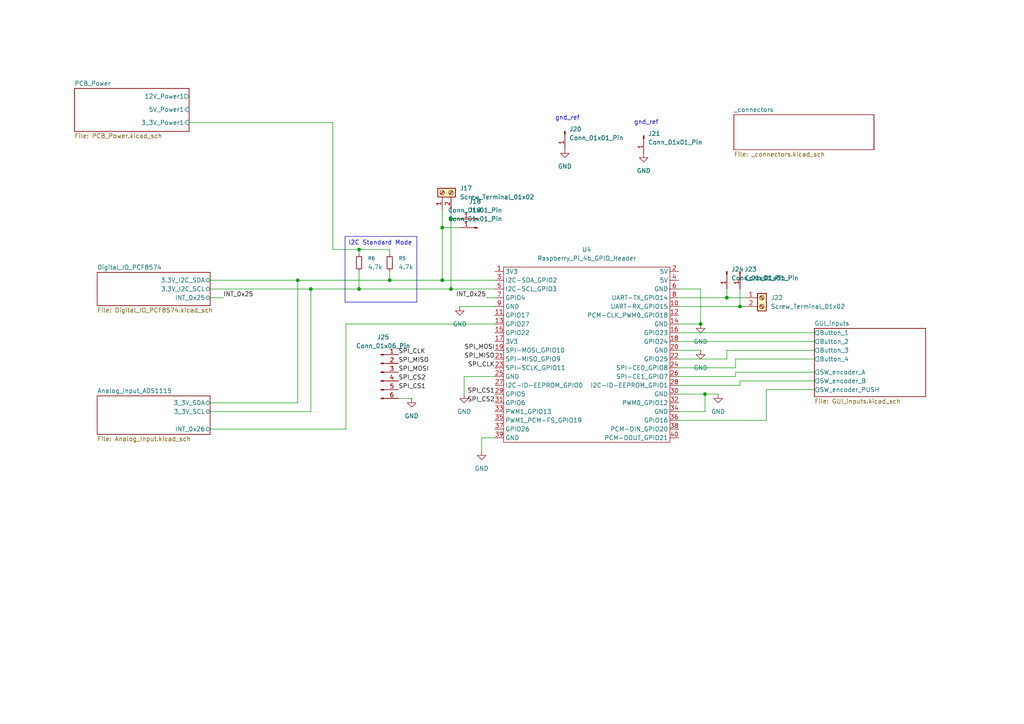
<source format=kicad_sch>
(kicad_sch
	(version 20250114)
	(generator "eeschema")
	(generator_version "9.0")
	(uuid "5fbba8b4-3ab1-4241-8e39-3098c3149716")
	(paper "A4")
	(lib_symbols
		(symbol "Connector:Conn_01x01_Pin"
			(pin_names
				(offset 1.016)
				(hide yes)
			)
			(exclude_from_sim no)
			(in_bom yes)
			(on_board yes)
			(property "Reference" "J"
				(at 0 2.54 0)
				(effects
					(font
						(size 1.27 1.27)
					)
				)
			)
			(property "Value" "Conn_01x01_Pin"
				(at 0 -2.54 0)
				(effects
					(font
						(size 1.27 1.27)
					)
				)
			)
			(property "Footprint" ""
				(at 0 0 0)
				(effects
					(font
						(size 1.27 1.27)
					)
					(hide yes)
				)
			)
			(property "Datasheet" "~"
				(at 0 0 0)
				(effects
					(font
						(size 1.27 1.27)
					)
					(hide yes)
				)
			)
			(property "Description" "Generic connector, single row, 01x01, script generated"
				(at 0 0 0)
				(effects
					(font
						(size 1.27 1.27)
					)
					(hide yes)
				)
			)
			(property "ki_locked" ""
				(at 0 0 0)
				(effects
					(font
						(size 1.27 1.27)
					)
				)
			)
			(property "ki_keywords" "connector"
				(at 0 0 0)
				(effects
					(font
						(size 1.27 1.27)
					)
					(hide yes)
				)
			)
			(property "ki_fp_filters" "Connector*:*_1x??_*"
				(at 0 0 0)
				(effects
					(font
						(size 1.27 1.27)
					)
					(hide yes)
				)
			)
			(symbol "Conn_01x01_Pin_1_1"
				(rectangle
					(start 0.8636 0.127)
					(end 0 -0.127)
					(stroke
						(width 0.1524)
						(type default)
					)
					(fill
						(type outline)
					)
				)
				(polyline
					(pts
						(xy 1.27 0) (xy 0.8636 0)
					)
					(stroke
						(width 0.1524)
						(type default)
					)
					(fill
						(type none)
					)
				)
				(pin passive line
					(at 5.08 0 180)
					(length 3.81)
					(name "Pin_1"
						(effects
							(font
								(size 1.27 1.27)
							)
						)
					)
					(number "1"
						(effects
							(font
								(size 1.27 1.27)
							)
						)
					)
				)
			)
			(embedded_fonts no)
		)
		(symbol "Connector:Conn_01x06_Pin"
			(pin_names
				(offset 1.016)
				(hide yes)
			)
			(exclude_from_sim no)
			(in_bom yes)
			(on_board yes)
			(property "Reference" "J"
				(at 0 7.62 0)
				(effects
					(font
						(size 1.27 1.27)
					)
				)
			)
			(property "Value" "Conn_01x06_Pin"
				(at 0 -10.16 0)
				(effects
					(font
						(size 1.27 1.27)
					)
				)
			)
			(property "Footprint" ""
				(at 0 0 0)
				(effects
					(font
						(size 1.27 1.27)
					)
					(hide yes)
				)
			)
			(property "Datasheet" "~"
				(at 0 0 0)
				(effects
					(font
						(size 1.27 1.27)
					)
					(hide yes)
				)
			)
			(property "Description" "Generic connector, single row, 01x06, script generated"
				(at 0 0 0)
				(effects
					(font
						(size 1.27 1.27)
					)
					(hide yes)
				)
			)
			(property "ki_locked" ""
				(at 0 0 0)
				(effects
					(font
						(size 1.27 1.27)
					)
				)
			)
			(property "ki_keywords" "connector"
				(at 0 0 0)
				(effects
					(font
						(size 1.27 1.27)
					)
					(hide yes)
				)
			)
			(property "ki_fp_filters" "Connector*:*_1x??_*"
				(at 0 0 0)
				(effects
					(font
						(size 1.27 1.27)
					)
					(hide yes)
				)
			)
			(symbol "Conn_01x06_Pin_1_1"
				(rectangle
					(start 0.8636 5.207)
					(end 0 4.953)
					(stroke
						(width 0.1524)
						(type default)
					)
					(fill
						(type outline)
					)
				)
				(rectangle
					(start 0.8636 2.667)
					(end 0 2.413)
					(stroke
						(width 0.1524)
						(type default)
					)
					(fill
						(type outline)
					)
				)
				(rectangle
					(start 0.8636 0.127)
					(end 0 -0.127)
					(stroke
						(width 0.1524)
						(type default)
					)
					(fill
						(type outline)
					)
				)
				(rectangle
					(start 0.8636 -2.413)
					(end 0 -2.667)
					(stroke
						(width 0.1524)
						(type default)
					)
					(fill
						(type outline)
					)
				)
				(rectangle
					(start 0.8636 -4.953)
					(end 0 -5.207)
					(stroke
						(width 0.1524)
						(type default)
					)
					(fill
						(type outline)
					)
				)
				(rectangle
					(start 0.8636 -7.493)
					(end 0 -7.747)
					(stroke
						(width 0.1524)
						(type default)
					)
					(fill
						(type outline)
					)
				)
				(polyline
					(pts
						(xy 1.27 5.08) (xy 0.8636 5.08)
					)
					(stroke
						(width 0.1524)
						(type default)
					)
					(fill
						(type none)
					)
				)
				(polyline
					(pts
						(xy 1.27 2.54) (xy 0.8636 2.54)
					)
					(stroke
						(width 0.1524)
						(type default)
					)
					(fill
						(type none)
					)
				)
				(polyline
					(pts
						(xy 1.27 0) (xy 0.8636 0)
					)
					(stroke
						(width 0.1524)
						(type default)
					)
					(fill
						(type none)
					)
				)
				(polyline
					(pts
						(xy 1.27 -2.54) (xy 0.8636 -2.54)
					)
					(stroke
						(width 0.1524)
						(type default)
					)
					(fill
						(type none)
					)
				)
				(polyline
					(pts
						(xy 1.27 -5.08) (xy 0.8636 -5.08)
					)
					(stroke
						(width 0.1524)
						(type default)
					)
					(fill
						(type none)
					)
				)
				(polyline
					(pts
						(xy 1.27 -7.62) (xy 0.8636 -7.62)
					)
					(stroke
						(width 0.1524)
						(type default)
					)
					(fill
						(type none)
					)
				)
				(pin passive line
					(at 5.08 5.08 180)
					(length 3.81)
					(name "Pin_1"
						(effects
							(font
								(size 1.27 1.27)
							)
						)
					)
					(number "1"
						(effects
							(font
								(size 1.27 1.27)
							)
						)
					)
				)
				(pin passive line
					(at 5.08 2.54 180)
					(length 3.81)
					(name "Pin_2"
						(effects
							(font
								(size 1.27 1.27)
							)
						)
					)
					(number "2"
						(effects
							(font
								(size 1.27 1.27)
							)
						)
					)
				)
				(pin passive line
					(at 5.08 0 180)
					(length 3.81)
					(name "Pin_3"
						(effects
							(font
								(size 1.27 1.27)
							)
						)
					)
					(number "3"
						(effects
							(font
								(size 1.27 1.27)
							)
						)
					)
				)
				(pin passive line
					(at 5.08 -2.54 180)
					(length 3.81)
					(name "Pin_4"
						(effects
							(font
								(size 1.27 1.27)
							)
						)
					)
					(number "4"
						(effects
							(font
								(size 1.27 1.27)
							)
						)
					)
				)
				(pin passive line
					(at 5.08 -5.08 180)
					(length 3.81)
					(name "Pin_5"
						(effects
							(font
								(size 1.27 1.27)
							)
						)
					)
					(number "5"
						(effects
							(font
								(size 1.27 1.27)
							)
						)
					)
				)
				(pin passive line
					(at 5.08 -7.62 180)
					(length 3.81)
					(name "Pin_6"
						(effects
							(font
								(size 1.27 1.27)
							)
						)
					)
					(number "6"
						(effects
							(font
								(size 1.27 1.27)
							)
						)
					)
				)
			)
			(embedded_fonts no)
		)
		(symbol "Connector:Screw_Terminal_01x02"
			(pin_names
				(offset 1.016)
				(hide yes)
			)
			(exclude_from_sim no)
			(in_bom yes)
			(on_board yes)
			(property "Reference" "J"
				(at 0 2.54 0)
				(effects
					(font
						(size 1.27 1.27)
					)
				)
			)
			(property "Value" "Screw_Terminal_01x02"
				(at 0 -5.08 0)
				(effects
					(font
						(size 1.27 1.27)
					)
				)
			)
			(property "Footprint" ""
				(at 0 0 0)
				(effects
					(font
						(size 1.27 1.27)
					)
					(hide yes)
				)
			)
			(property "Datasheet" "~"
				(at 0 0 0)
				(effects
					(font
						(size 1.27 1.27)
					)
					(hide yes)
				)
			)
			(property "Description" "Generic screw terminal, single row, 01x02, script generated (kicad-library-utils/schlib/autogen/connector/)"
				(at 0 0 0)
				(effects
					(font
						(size 1.27 1.27)
					)
					(hide yes)
				)
			)
			(property "ki_keywords" "screw terminal"
				(at 0 0 0)
				(effects
					(font
						(size 1.27 1.27)
					)
					(hide yes)
				)
			)
			(property "ki_fp_filters" "TerminalBlock*:*"
				(at 0 0 0)
				(effects
					(font
						(size 1.27 1.27)
					)
					(hide yes)
				)
			)
			(symbol "Screw_Terminal_01x02_1_1"
				(rectangle
					(start -1.27 1.27)
					(end 1.27 -3.81)
					(stroke
						(width 0.254)
						(type default)
					)
					(fill
						(type background)
					)
				)
				(polyline
					(pts
						(xy -0.5334 0.3302) (xy 0.3302 -0.508)
					)
					(stroke
						(width 0.1524)
						(type default)
					)
					(fill
						(type none)
					)
				)
				(polyline
					(pts
						(xy -0.5334 -2.2098) (xy 0.3302 -3.048)
					)
					(stroke
						(width 0.1524)
						(type default)
					)
					(fill
						(type none)
					)
				)
				(polyline
					(pts
						(xy -0.3556 0.508) (xy 0.508 -0.3302)
					)
					(stroke
						(width 0.1524)
						(type default)
					)
					(fill
						(type none)
					)
				)
				(polyline
					(pts
						(xy -0.3556 -2.032) (xy 0.508 -2.8702)
					)
					(stroke
						(width 0.1524)
						(type default)
					)
					(fill
						(type none)
					)
				)
				(circle
					(center 0 0)
					(radius 0.635)
					(stroke
						(width 0.1524)
						(type default)
					)
					(fill
						(type none)
					)
				)
				(circle
					(center 0 -2.54)
					(radius 0.635)
					(stroke
						(width 0.1524)
						(type default)
					)
					(fill
						(type none)
					)
				)
				(pin passive line
					(at -5.08 0 0)
					(length 3.81)
					(name "Pin_1"
						(effects
							(font
								(size 1.27 1.27)
							)
						)
					)
					(number "1"
						(effects
							(font
								(size 1.27 1.27)
							)
						)
					)
				)
				(pin passive line
					(at -5.08 -2.54 0)
					(length 3.81)
					(name "Pin_2"
						(effects
							(font
								(size 1.27 1.27)
							)
						)
					)
					(number "2"
						(effects
							(font
								(size 1.27 1.27)
							)
						)
					)
				)
			)
			(embedded_fonts no)
		)
		(symbol "Device:R_Small"
			(pin_numbers
				(hide yes)
			)
			(pin_names
				(offset 0.254)
				(hide yes)
			)
			(exclude_from_sim no)
			(in_bom yes)
			(on_board yes)
			(property "Reference" "R"
				(at 0 0 90)
				(effects
					(font
						(size 1.016 1.016)
					)
				)
			)
			(property "Value" "R_Small"
				(at 1.778 0 90)
				(effects
					(font
						(size 1.27 1.27)
					)
				)
			)
			(property "Footprint" ""
				(at 0 0 0)
				(effects
					(font
						(size 1.27 1.27)
					)
					(hide yes)
				)
			)
			(property "Datasheet" "~"
				(at 0 0 0)
				(effects
					(font
						(size 1.27 1.27)
					)
					(hide yes)
				)
			)
			(property "Description" "Resistor, small symbol"
				(at 0 0 0)
				(effects
					(font
						(size 1.27 1.27)
					)
					(hide yes)
				)
			)
			(property "ki_keywords" "R resistor"
				(at 0 0 0)
				(effects
					(font
						(size 1.27 1.27)
					)
					(hide yes)
				)
			)
			(property "ki_fp_filters" "R_*"
				(at 0 0 0)
				(effects
					(font
						(size 1.27 1.27)
					)
					(hide yes)
				)
			)
			(symbol "R_Small_0_1"
				(rectangle
					(start -0.762 1.778)
					(end 0.762 -1.778)
					(stroke
						(width 0.2032)
						(type default)
					)
					(fill
						(type none)
					)
				)
			)
			(symbol "R_Small_1_1"
				(pin passive line
					(at 0 2.54 270)
					(length 0.762)
					(name "~"
						(effects
							(font
								(size 1.27 1.27)
							)
						)
					)
					(number "1"
						(effects
							(font
								(size 1.27 1.27)
							)
						)
					)
				)
				(pin passive line
					(at 0 -2.54 90)
					(length 0.762)
					(name "~"
						(effects
							(font
								(size 1.27 1.27)
							)
						)
					)
					(number "2"
						(effects
							(font
								(size 1.27 1.27)
							)
						)
					)
				)
			)
			(embedded_fonts no)
		)
		(symbol "own_symbols:Raspbery_Pi_4B_GPIO_Header"
			(exclude_from_sim no)
			(in_bom yes)
			(on_board yes)
			(property "Reference" "U"
				(at 0 0 0)
				(effects
					(font
						(size 1.27 1.27)
					)
				)
			)
			(property "Value" ""
				(at 0 0 0)
				(effects
					(font
						(size 1.27 1.27)
					)
				)
			)
			(property "Footprint" ""
				(at 0 0 0)
				(effects
					(font
						(size 1.27 1.27)
					)
					(hide yes)
				)
			)
			(property "Datasheet" ""
				(at 0 0 0)
				(effects
					(font
						(size 1.27 1.27)
					)
					(hide yes)
				)
			)
			(property "Description" ""
				(at 0 0 0)
				(effects
					(font
						(size 1.27 1.27)
					)
					(hide yes)
				)
			)
			(symbol "Raspbery_Pi_4B_GPIO_Header_0_1"
				(rectangle
					(start -24.13 25.4)
					(end 24.13 -25.4)
					(stroke
						(width 0)
						(type default)
					)
					(fill
						(type none)
					)
				)
			)
			(symbol "Raspbery_Pi_4B_GPIO_Header_1_1"
				(pin output line
					(at -26.67 24.13 0)
					(length 2.54)
					(name "3V3"
						(effects
							(font
								(size 1.27 1.27)
							)
						)
					)
					(number "1"
						(effects
							(font
								(size 1.27 1.27)
							)
						)
					)
				)
				(pin bidirectional line
					(at -26.67 21.59 0)
					(length 2.54)
					(name "I2C-SDA_GPIO2"
						(effects
							(font
								(size 1.27 1.27)
							)
						)
					)
					(number "3"
						(effects
							(font
								(size 1.27 1.27)
							)
						)
					)
				)
				(pin bidirectional line
					(at -26.67 19.05 0)
					(length 2.54)
					(name "I2C-SCL_GPIO3"
						(effects
							(font
								(size 1.27 1.27)
							)
						)
					)
					(number "5"
						(effects
							(font
								(size 1.27 1.27)
							)
						)
					)
				)
				(pin bidirectional line
					(at -26.67 16.51 0)
					(length 2.54)
					(name "GPIO4"
						(effects
							(font
								(size 1.27 1.27)
							)
						)
					)
					(number "7"
						(effects
							(font
								(size 1.27 1.27)
							)
						)
					)
				)
				(pin bidirectional line
					(at -26.67 13.97 0)
					(length 2.54)
					(name "GND"
						(effects
							(font
								(size 1.27 1.27)
							)
						)
					)
					(number "9"
						(effects
							(font
								(size 1.27 1.27)
							)
						)
					)
				)
				(pin bidirectional line
					(at -26.67 11.43 0)
					(length 2.54)
					(name "GPIO17"
						(effects
							(font
								(size 1.27 1.27)
							)
						)
					)
					(number "11"
						(effects
							(font
								(size 1.27 1.27)
							)
						)
					)
				)
				(pin bidirectional line
					(at -26.67 8.89 0)
					(length 2.54)
					(name "GPIO27"
						(effects
							(font
								(size 1.27 1.27)
							)
						)
					)
					(number "13"
						(effects
							(font
								(size 1.27 1.27)
							)
						)
					)
				)
				(pin bidirectional line
					(at -26.67 6.35 0)
					(length 2.54)
					(name "GPIO22"
						(effects
							(font
								(size 1.27 1.27)
							)
						)
					)
					(number "15"
						(effects
							(font
								(size 1.27 1.27)
							)
						)
					)
				)
				(pin output line
					(at -26.67 3.81 0)
					(length 2.54)
					(name "3V3"
						(effects
							(font
								(size 1.27 1.27)
							)
						)
					)
					(number "17"
						(effects
							(font
								(size 1.27 1.27)
							)
						)
					)
				)
				(pin bidirectional line
					(at -26.67 1.27 0)
					(length 2.54)
					(name "SPI-MOSI_GPIO10"
						(effects
							(font
								(size 1.27 1.27)
							)
						)
					)
					(number "19"
						(effects
							(font
								(size 1.27 1.27)
							)
						)
					)
				)
				(pin bidirectional line
					(at -26.67 -1.27 0)
					(length 2.54)
					(name "SPI-MISO_GPIO9"
						(effects
							(font
								(size 1.27 1.27)
							)
						)
					)
					(number "21"
						(effects
							(font
								(size 1.27 1.27)
							)
						)
					)
				)
				(pin bidirectional line
					(at -26.67 -3.81 0)
					(length 2.54)
					(name "SPI-SCLK_GPIO11"
						(effects
							(font
								(size 1.27 1.27)
							)
						)
					)
					(number "23"
						(effects
							(font
								(size 1.27 1.27)
							)
						)
					)
				)
				(pin bidirectional line
					(at -26.67 -6.35 0)
					(length 2.54)
					(name "GND"
						(effects
							(font
								(size 1.27 1.27)
							)
						)
					)
					(number "25"
						(effects
							(font
								(size 1.27 1.27)
							)
						)
					)
				)
				(pin bidirectional line
					(at -26.67 -8.89 0)
					(length 2.54)
					(name "I2C-ID-EEPROM_GPIO0"
						(effects
							(font
								(size 1.27 1.27)
							)
						)
					)
					(number "27"
						(effects
							(font
								(size 1.27 1.27)
							)
						)
					)
				)
				(pin bidirectional line
					(at -26.67 -11.43 0)
					(length 2.54)
					(name "GPIO5"
						(effects
							(font
								(size 1.27 1.27)
							)
						)
					)
					(number "29"
						(effects
							(font
								(size 1.27 1.27)
							)
						)
					)
				)
				(pin bidirectional line
					(at -26.67 -13.97 0)
					(length 2.54)
					(name "GPIO6"
						(effects
							(font
								(size 1.27 1.27)
							)
						)
					)
					(number "31"
						(effects
							(font
								(size 1.27 1.27)
							)
						)
					)
				)
				(pin bidirectional line
					(at -26.67 -16.51 0)
					(length 2.54)
					(name "PWM1_GPIO13"
						(effects
							(font
								(size 1.27 1.27)
							)
						)
					)
					(number "33"
						(effects
							(font
								(size 1.27 1.27)
							)
						)
					)
				)
				(pin bidirectional line
					(at -26.67 -19.05 0)
					(length 2.54)
					(name "PWM1_PCM-FS_GPIO19"
						(effects
							(font
								(size 1.27 1.27)
							)
						)
					)
					(number "35"
						(effects
							(font
								(size 1.27 1.27)
							)
						)
					)
				)
				(pin bidirectional line
					(at -26.67 -21.59 0)
					(length 2.54)
					(name "GPIO26"
						(effects
							(font
								(size 1.27 1.27)
							)
						)
					)
					(number "37"
						(effects
							(font
								(size 1.27 1.27)
							)
						)
					)
				)
				(pin bidirectional line
					(at -26.67 -24.13 0)
					(length 2.54)
					(name "GND"
						(effects
							(font
								(size 1.27 1.27)
							)
						)
					)
					(number "39"
						(effects
							(font
								(size 1.27 1.27)
							)
						)
					)
				)
				(pin output line
					(at 26.67 24.13 180)
					(length 2.54)
					(name "5V"
						(effects
							(font
								(size 1.27 1.27)
							)
						)
					)
					(number "2"
						(effects
							(font
								(size 1.27 1.27)
							)
						)
					)
				)
				(pin output line
					(at 26.67 21.59 180)
					(length 2.54)
					(name "5V"
						(effects
							(font
								(size 1.27 1.27)
							)
						)
					)
					(number "4"
						(effects
							(font
								(size 1.27 1.27)
							)
						)
					)
				)
				(pin bidirectional line
					(at 26.67 19.05 180)
					(length 2.54)
					(name "GND"
						(effects
							(font
								(size 1.27 1.27)
							)
						)
					)
					(number "6"
						(effects
							(font
								(size 1.27 1.27)
							)
						)
					)
				)
				(pin bidirectional line
					(at 26.67 16.51 180)
					(length 2.54)
					(name "UART-TX_GPIO14"
						(effects
							(font
								(size 1.27 1.27)
							)
						)
					)
					(number "8"
						(effects
							(font
								(size 1.27 1.27)
							)
						)
					)
				)
				(pin bidirectional line
					(at 26.67 13.97 180)
					(length 2.54)
					(name "UART-RX_GPIO15"
						(effects
							(font
								(size 1.27 1.27)
							)
						)
					)
					(number "10"
						(effects
							(font
								(size 1.27 1.27)
							)
						)
					)
				)
				(pin bidirectional line
					(at 26.67 11.43 180)
					(length 2.54)
					(name "PCM-CLK_PWM0_GPIO18"
						(effects
							(font
								(size 1.27 1.27)
							)
						)
					)
					(number "12"
						(effects
							(font
								(size 1.27 1.27)
							)
						)
					)
				)
				(pin bidirectional line
					(at 26.67 8.89 180)
					(length 2.54)
					(name "GND"
						(effects
							(font
								(size 1.27 1.27)
							)
						)
					)
					(number "14"
						(effects
							(font
								(size 1.27 1.27)
							)
						)
					)
				)
				(pin bidirectional line
					(at 26.67 6.35 180)
					(length 2.54)
					(name "GPIO23"
						(effects
							(font
								(size 1.27 1.27)
							)
						)
					)
					(number "16"
						(effects
							(font
								(size 1.27 1.27)
							)
						)
					)
				)
				(pin bidirectional line
					(at 26.67 3.81 180)
					(length 2.54)
					(name "GPIO24"
						(effects
							(font
								(size 1.27 1.27)
							)
						)
					)
					(number "18"
						(effects
							(font
								(size 1.27 1.27)
							)
						)
					)
				)
				(pin bidirectional line
					(at 26.67 1.27 180)
					(length 2.54)
					(name "GND"
						(effects
							(font
								(size 1.27 1.27)
							)
						)
					)
					(number "20"
						(effects
							(font
								(size 1.27 1.27)
							)
						)
					)
				)
				(pin bidirectional line
					(at 26.67 -1.27 180)
					(length 2.54)
					(name "GPIO25"
						(effects
							(font
								(size 1.27 1.27)
							)
						)
					)
					(number "22"
						(effects
							(font
								(size 1.27 1.27)
							)
						)
					)
				)
				(pin bidirectional line
					(at 26.67 -3.81 180)
					(length 2.54)
					(name "SPI-CE0_GPIO8"
						(effects
							(font
								(size 1.27 1.27)
							)
						)
					)
					(number "24"
						(effects
							(font
								(size 1.27 1.27)
							)
						)
					)
				)
				(pin bidirectional line
					(at 26.67 -6.35 180)
					(length 2.54)
					(name "SPI-CE1_GPIO7"
						(effects
							(font
								(size 1.27 1.27)
							)
						)
					)
					(number "26"
						(effects
							(font
								(size 1.27 1.27)
							)
						)
					)
				)
				(pin bidirectional line
					(at 26.67 -8.89 180)
					(length 2.54)
					(name "I2C-ID-EEPROM_GPIO1"
						(effects
							(font
								(size 1.27 1.27)
							)
						)
					)
					(number "28"
						(effects
							(font
								(size 1.27 1.27)
							)
						)
					)
				)
				(pin bidirectional line
					(at 26.67 -11.43 180)
					(length 2.54)
					(name "GND"
						(effects
							(font
								(size 1.27 1.27)
							)
						)
					)
					(number "30"
						(effects
							(font
								(size 1.27 1.27)
							)
						)
					)
				)
				(pin bidirectional line
					(at 26.67 -13.97 180)
					(length 2.54)
					(name "PWM0_GPIO12"
						(effects
							(font
								(size 1.27 1.27)
							)
						)
					)
					(number "32"
						(effects
							(font
								(size 1.27 1.27)
							)
						)
					)
				)
				(pin bidirectional line
					(at 26.67 -16.51 180)
					(length 2.54)
					(name "GND"
						(effects
							(font
								(size 1.27 1.27)
							)
						)
					)
					(number "34"
						(effects
							(font
								(size 1.27 1.27)
							)
						)
					)
				)
				(pin bidirectional line
					(at 26.67 -19.05 180)
					(length 2.54)
					(name "GPIO16"
						(effects
							(font
								(size 1.27 1.27)
							)
						)
					)
					(number "36"
						(effects
							(font
								(size 1.27 1.27)
							)
						)
					)
				)
				(pin bidirectional line
					(at 26.67 -21.59 180)
					(length 2.54)
					(name "PCM-DIN_GPIO20"
						(effects
							(font
								(size 1.27 1.27)
							)
						)
					)
					(number "38"
						(effects
							(font
								(size 1.27 1.27)
							)
						)
					)
				)
				(pin bidirectional line
					(at 26.67 -24.13 180)
					(length 2.54)
					(name "PCM-DOUT_GPIO21"
						(effects
							(font
								(size 1.27 1.27)
							)
						)
					)
					(number "40"
						(effects
							(font
								(size 1.27 1.27)
							)
						)
					)
				)
			)
			(embedded_fonts no)
		)
		(symbol "power:GND"
			(power)
			(pin_numbers
				(hide yes)
			)
			(pin_names
				(offset 0)
				(hide yes)
			)
			(exclude_from_sim no)
			(in_bom yes)
			(on_board yes)
			(property "Reference" "#PWR"
				(at 0 -6.35 0)
				(effects
					(font
						(size 1.27 1.27)
					)
					(hide yes)
				)
			)
			(property "Value" "GND"
				(at 0 -3.81 0)
				(effects
					(font
						(size 1.27 1.27)
					)
				)
			)
			(property "Footprint" ""
				(at 0 0 0)
				(effects
					(font
						(size 1.27 1.27)
					)
					(hide yes)
				)
			)
			(property "Datasheet" ""
				(at 0 0 0)
				(effects
					(font
						(size 1.27 1.27)
					)
					(hide yes)
				)
			)
			(property "Description" "Power symbol creates a global label with name \"GND\" , ground"
				(at 0 0 0)
				(effects
					(font
						(size 1.27 1.27)
					)
					(hide yes)
				)
			)
			(property "ki_keywords" "global power"
				(at 0 0 0)
				(effects
					(font
						(size 1.27 1.27)
					)
					(hide yes)
				)
			)
			(symbol "GND_0_1"
				(polyline
					(pts
						(xy 0 0) (xy 0 -1.27) (xy 1.27 -1.27) (xy 0 -2.54) (xy -1.27 -1.27) (xy 0 -1.27)
					)
					(stroke
						(width 0)
						(type default)
					)
					(fill
						(type none)
					)
				)
			)
			(symbol "GND_1_1"
				(pin power_in line
					(at 0 0 270)
					(length 0)
					(name "~"
						(effects
							(font
								(size 1.27 1.27)
							)
						)
					)
					(number "1"
						(effects
							(font
								(size 1.27 1.27)
							)
						)
					)
				)
			)
			(embedded_fonts no)
		)
	)
	(text "gnd_ref"
		(exclude_from_sim no)
		(at 164.592 34.29 0)
		(effects
			(font
				(size 1.27 1.27)
			)
		)
		(uuid "102974c5-0624-47f5-b92a-09af929059c4")
	)
	(text "gnd_ref"
		(exclude_from_sim no)
		(at 187.452 35.56 0)
		(effects
			(font
				(size 1.27 1.27)
			)
		)
		(uuid "44f3aa60-fff4-4bd5-b310-b491abc46e8f")
	)
	(text_box "I2C Standard Mode"
		(exclude_from_sim no)
		(at 100.076 68.58 0)
		(size 20.828 19.05)
		(margins 0.9525 0.9525 0.9525 0.9525)
		(stroke
			(width 0)
			(type solid)
		)
		(fill
			(type none)
		)
		(effects
			(font
				(size 1.27 1.27)
			)
			(justify left top)
		)
		(uuid "26216ae8-62e5-4bf5-ba2c-943711ed0c3e")
	)
	(junction
		(at 104.14 83.82)
		(diameter 0)
		(color 0 0 0 0)
		(uuid "098da0a1-1e91-4077-8552-065fbfb8568b")
	)
	(junction
		(at 113.03 81.28)
		(diameter 0)
		(color 0 0 0 0)
		(uuid "17d5c8c0-6e36-4d66-908f-fc454cd9bc58")
	)
	(junction
		(at 128.27 66.04)
		(diameter 0)
		(color 0 0 0 0)
		(uuid "5bcba7fb-0de3-444c-a6cb-163bd8281feb")
	)
	(junction
		(at 130.81 83.82)
		(diameter 0)
		(color 0 0 0 0)
		(uuid "66e3d6d3-2b2c-4c6a-9f20-ab37c6a74362")
	)
	(junction
		(at 204.47 114.3)
		(diameter 0)
		(color 0 0 0 0)
		(uuid "80438e28-fdc1-4477-b440-beec9cc9cf18")
	)
	(junction
		(at 104.14 72.39)
		(diameter 0)
		(color 0 0 0 0)
		(uuid "9407af29-0199-484f-8748-32e840360269")
	)
	(junction
		(at 203.2 93.98)
		(diameter 0)
		(color 0 0 0 0)
		(uuid "bba50aa3-dd19-4fc7-9f97-f23e82b9b82d")
	)
	(junction
		(at 90.17 83.82)
		(diameter 0)
		(color 0 0 0 0)
		(uuid "c1e8eabe-ad45-496a-be70-f85f32fa88d9")
	)
	(junction
		(at 86.36 81.28)
		(diameter 0)
		(color 0 0 0 0)
		(uuid "cb9fd6cc-e877-4ae1-b520-104175bf0a64")
	)
	(junction
		(at 130.81 63.5)
		(diameter 0)
		(color 0 0 0 0)
		(uuid "de06a775-262e-447d-8f97-bd6aa3db1fa3")
	)
	(junction
		(at 214.63 88.9)
		(diameter 0)
		(color 0 0 0 0)
		(uuid "e3672e76-5ff5-4beb-888c-ad4950c94082")
	)
	(junction
		(at 128.27 81.28)
		(diameter 0)
		(color 0 0 0 0)
		(uuid "f15cacfe-a533-4776-b417-66335fed7c4f")
	)
	(junction
		(at 210.82 86.36)
		(diameter 0)
		(color 0 0 0 0)
		(uuid "fe442505-4195-4372-bc65-8669f3bd551f")
	)
	(wire
		(pts
			(xy 64.77 86.36) (xy 60.96 86.36)
		)
		(stroke
			(width 0)
			(type default)
		)
		(uuid "04038ac6-a667-4ad0-9639-85558abe8251")
	)
	(wire
		(pts
			(xy 196.85 93.98) (xy 203.2 93.98)
		)
		(stroke
			(width 0)
			(type default)
		)
		(uuid "0d993961-525b-4168-bd7d-a4cd20bc3769")
	)
	(wire
		(pts
			(xy 140.97 86.36) (xy 143.51 86.36)
		)
		(stroke
			(width 0)
			(type default)
		)
		(uuid "0e106d53-6e28-4643-9057-afc5176d0c0e")
	)
	(wire
		(pts
			(xy 196.85 114.3) (xy 204.47 114.3)
		)
		(stroke
			(width 0)
			(type default)
		)
		(uuid "0f06028a-eefb-4aca-a873-614a686e0ce7")
	)
	(wire
		(pts
			(xy 210.82 83.82) (xy 210.82 86.36)
		)
		(stroke
			(width 0)
			(type default)
		)
		(uuid "15aa776a-f1c8-4b00-add3-06204e5fbf96")
	)
	(wire
		(pts
			(xy 60.96 83.82) (xy 90.17 83.82)
		)
		(stroke
			(width 0)
			(type default)
		)
		(uuid "16ee7765-e249-4bae-ac40-e14b8b3c4858")
	)
	(wire
		(pts
			(xy 196.85 119.38) (xy 204.47 119.38)
		)
		(stroke
			(width 0)
			(type default)
		)
		(uuid "19244817-48d8-4577-a5a6-fc88ddafb440")
	)
	(wire
		(pts
			(xy 236.22 110.49) (xy 214.63 110.49)
		)
		(stroke
			(width 0)
			(type default)
		)
		(uuid "1e2ab538-2664-4063-b375-0dccc3f22e2f")
	)
	(wire
		(pts
			(xy 104.14 72.39) (xy 104.14 73.66)
		)
		(stroke
			(width 0)
			(type default)
		)
		(uuid "2290b4cb-0986-4f16-b60d-a2723ace5095")
	)
	(wire
		(pts
			(xy 214.63 83.82) (xy 214.63 88.9)
		)
		(stroke
			(width 0)
			(type default)
		)
		(uuid "295bbd47-4133-41d8-8bcb-a27f6aa99718")
	)
	(wire
		(pts
			(xy 143.51 109.22) (xy 134.62 109.22)
		)
		(stroke
			(width 0)
			(type default)
		)
		(uuid "2d9f933a-cf57-4b4b-adac-1b7383a01f58")
	)
	(wire
		(pts
			(xy 196.85 96.52) (xy 236.22 96.52)
		)
		(stroke
			(width 0)
			(type default)
		)
		(uuid "31b77c4f-18ce-43e0-84b3-1adb5fbe3260")
	)
	(wire
		(pts
			(xy 213.36 107.95) (xy 213.36 109.22)
		)
		(stroke
			(width 0)
			(type default)
		)
		(uuid "31c25bf5-04a2-4c03-a834-4a3ac7463ec8")
	)
	(wire
		(pts
			(xy 196.85 101.6) (xy 203.2 101.6)
		)
		(stroke
			(width 0)
			(type default)
		)
		(uuid "35ade9f4-2a87-45f9-aeb2-f3fb9e5f9f6c")
	)
	(wire
		(pts
			(xy 196.85 88.9) (xy 214.63 88.9)
		)
		(stroke
			(width 0)
			(type default)
		)
		(uuid "35df2c49-f30b-45c6-9a11-b693c271fdc6")
	)
	(wire
		(pts
			(xy 130.81 83.82) (xy 143.51 83.82)
		)
		(stroke
			(width 0)
			(type default)
		)
		(uuid "3c54624a-b967-4e0c-a276-5c69bd1b8d6a")
	)
	(wire
		(pts
			(xy 210.82 101.6) (xy 210.82 104.14)
		)
		(stroke
			(width 0)
			(type default)
		)
		(uuid "3dc66e8a-5e5c-4bd0-8d5f-3441cf170e9a")
	)
	(wire
		(pts
			(xy 60.96 119.38) (xy 90.17 119.38)
		)
		(stroke
			(width 0)
			(type default)
		)
		(uuid "4805c36c-bc02-446b-9566-9d998afd0a73")
	)
	(wire
		(pts
			(xy 86.36 81.28) (xy 113.03 81.28)
		)
		(stroke
			(width 0)
			(type default)
		)
		(uuid "4938aa56-c250-4127-bbc6-a4de074fb17e")
	)
	(wire
		(pts
			(xy 196.85 83.82) (xy 203.2 83.82)
		)
		(stroke
			(width 0)
			(type default)
		)
		(uuid "4945c9be-9d37-44ba-998e-c998f3ee2c65")
	)
	(wire
		(pts
			(xy 113.03 81.28) (xy 128.27 81.28)
		)
		(stroke
			(width 0)
			(type default)
		)
		(uuid "4fd11bdf-a30c-474c-a1e4-024bae1a8096")
	)
	(wire
		(pts
			(xy 214.63 111.76) (xy 196.85 111.76)
		)
		(stroke
			(width 0)
			(type default)
		)
		(uuid "58f14375-75b2-483d-bea8-29f2e2208190")
	)
	(wire
		(pts
			(xy 204.47 114.3) (xy 204.47 119.38)
		)
		(stroke
			(width 0)
			(type default)
		)
		(uuid "62c219db-9b1a-4484-a618-ec4c9c77486f")
	)
	(wire
		(pts
			(xy 236.22 104.14) (xy 213.36 104.14)
		)
		(stroke
			(width 0)
			(type default)
		)
		(uuid "68193f19-40db-4a70-a100-9f384fca085d")
	)
	(wire
		(pts
			(xy 130.81 60.96) (xy 130.81 63.5)
		)
		(stroke
			(width 0)
			(type default)
		)
		(uuid "68866cba-2bee-4f20-b1f6-90beaad62172")
	)
	(wire
		(pts
			(xy 60.96 116.84) (xy 86.36 116.84)
		)
		(stroke
			(width 0)
			(type default)
		)
		(uuid "718d1f09-a20a-412e-9238-707d6d1b0853")
	)
	(wire
		(pts
			(xy 236.22 107.95) (xy 213.36 107.95)
		)
		(stroke
			(width 0)
			(type default)
		)
		(uuid "7269d96a-eeaf-46d4-b173-6d03ff4b99de")
	)
	(wire
		(pts
			(xy 128.27 66.04) (xy 128.27 81.28)
		)
		(stroke
			(width 0)
			(type default)
		)
		(uuid "73f285fd-9023-4767-8308-73538762d351")
	)
	(wire
		(pts
			(xy 222.25 121.92) (xy 196.85 121.92)
		)
		(stroke
			(width 0)
			(type default)
		)
		(uuid "75581f09-702b-4667-af3d-50c01b5ead1d")
	)
	(wire
		(pts
			(xy 213.36 109.22) (xy 196.85 109.22)
		)
		(stroke
			(width 0)
			(type default)
		)
		(uuid "7a188a66-f056-4aa9-879b-603e0f7c71bd")
	)
	(wire
		(pts
			(xy 90.17 83.82) (xy 104.14 83.82)
		)
		(stroke
			(width 0)
			(type default)
		)
		(uuid "7a356c6b-a9ee-40c4-9357-e1423f7a5010")
	)
	(wire
		(pts
			(xy 128.27 60.96) (xy 128.27 66.04)
		)
		(stroke
			(width 0)
			(type default)
		)
		(uuid "7aca9581-2e4e-4a78-9c39-dcf6ca823767")
	)
	(wire
		(pts
			(xy 130.81 63.5) (xy 133.35 63.5)
		)
		(stroke
			(width 0)
			(type default)
		)
		(uuid "85af438d-112d-4c67-a34a-062c622774fc")
	)
	(wire
		(pts
			(xy 214.63 110.49) (xy 214.63 111.76)
		)
		(stroke
			(width 0)
			(type default)
		)
		(uuid "87f49d0a-153f-427e-aa04-7570f7b2e607")
	)
	(wire
		(pts
			(xy 236.22 113.03) (xy 222.25 113.03)
		)
		(stroke
			(width 0)
			(type default)
		)
		(uuid "8e8cd3f4-ec62-4d57-886f-6f2b83b68be0")
	)
	(wire
		(pts
			(xy 130.81 63.5) (xy 130.81 83.82)
		)
		(stroke
			(width 0)
			(type default)
		)
		(uuid "9024a337-417a-42d5-b39b-965a4004467a")
	)
	(wire
		(pts
			(xy 60.96 81.28) (xy 86.36 81.28)
		)
		(stroke
			(width 0)
			(type default)
		)
		(uuid "a4d309c8-1ffc-4502-a86b-7ff6d6d5576c")
	)
	(wire
		(pts
			(xy 113.03 78.74) (xy 113.03 81.28)
		)
		(stroke
			(width 0)
			(type default)
		)
		(uuid "a8024b00-fc50-4796-abe3-cb1bb9918a65")
	)
	(wire
		(pts
			(xy 134.62 109.22) (xy 134.62 114.3)
		)
		(stroke
			(width 0)
			(type default)
		)
		(uuid "a95c0713-2000-4df4-914f-9255efb73d53")
	)
	(wire
		(pts
			(xy 213.36 104.14) (xy 213.36 106.68)
		)
		(stroke
			(width 0)
			(type default)
		)
		(uuid "a97ffd3a-0576-4f67-919f-e44d3b86a974")
	)
	(wire
		(pts
			(xy 213.36 106.68) (xy 196.85 106.68)
		)
		(stroke
			(width 0)
			(type default)
		)
		(uuid "ad12237b-29cc-4cb7-afe4-7540834e2ad0")
	)
	(wire
		(pts
			(xy 203.2 93.98) (xy 203.2 83.82)
		)
		(stroke
			(width 0)
			(type default)
		)
		(uuid "adaa6f82-eccc-4e8a-a2bb-6d5d87f82960")
	)
	(wire
		(pts
			(xy 119.38 115.57) (xy 115.57 115.57)
		)
		(stroke
			(width 0)
			(type default)
		)
		(uuid "afa16383-98d5-4c85-a363-67923964e544")
	)
	(wire
		(pts
			(xy 100.33 93.98) (xy 143.51 93.98)
		)
		(stroke
			(width 0)
			(type default)
		)
		(uuid "b5a4df2f-1e19-4612-995b-0422859099cf")
	)
	(wire
		(pts
			(xy 128.27 81.28) (xy 143.51 81.28)
		)
		(stroke
			(width 0)
			(type default)
		)
		(uuid "b9baf7d9-5802-4ac1-acee-5e76957cd644")
	)
	(wire
		(pts
			(xy 133.35 88.9) (xy 143.51 88.9)
		)
		(stroke
			(width 0)
			(type default)
		)
		(uuid "badb276a-2b29-4016-9b56-2fa95bb90a11")
	)
	(wire
		(pts
			(xy 210.82 86.36) (xy 215.9 86.36)
		)
		(stroke
			(width 0)
			(type default)
		)
		(uuid "bc6d06f7-4def-48d6-82b6-ee0ed53be15f")
	)
	(wire
		(pts
			(xy 210.82 104.14) (xy 196.85 104.14)
		)
		(stroke
			(width 0)
			(type default)
		)
		(uuid "bf3cca6d-4c68-4c37-8bda-400637dc6a56")
	)
	(wire
		(pts
			(xy 104.14 78.74) (xy 104.14 83.82)
		)
		(stroke
			(width 0)
			(type default)
		)
		(uuid "c02c00b9-eb0c-4c4b-bc1e-60eb83cca153")
	)
	(wire
		(pts
			(xy 54.864 35.56) (xy 96.52 35.56)
		)
		(stroke
			(width 0)
			(type default)
		)
		(uuid "c3f9a321-3b62-4a68-84bc-614050d9471e")
	)
	(wire
		(pts
			(xy 214.63 88.9) (xy 215.9 88.9)
		)
		(stroke
			(width 0)
			(type default)
		)
		(uuid "c614f4ff-1dcf-4276-b353-b9f515fa4bfd")
	)
	(wire
		(pts
			(xy 236.22 101.6) (xy 210.82 101.6)
		)
		(stroke
			(width 0)
			(type default)
		)
		(uuid "c61625f8-55b0-4988-82f1-88e9e0a8c3a5")
	)
	(wire
		(pts
			(xy 96.52 35.56) (xy 96.52 72.39)
		)
		(stroke
			(width 0)
			(type default)
		)
		(uuid "c7a83152-6ec8-4263-b9c8-5876bd9c59e4")
	)
	(wire
		(pts
			(xy 104.14 72.39) (xy 113.03 72.39)
		)
		(stroke
			(width 0)
			(type default)
		)
		(uuid "d0b055fb-a4f8-46bb-904a-d401e9616edd")
	)
	(wire
		(pts
			(xy 128.27 66.04) (xy 133.35 66.04)
		)
		(stroke
			(width 0)
			(type default)
		)
		(uuid "d5fa8375-ef4b-43f0-9875-dabee97b5ded")
	)
	(wire
		(pts
			(xy 204.47 114.3) (xy 208.28 114.3)
		)
		(stroke
			(width 0)
			(type default)
		)
		(uuid "d6f47df4-5977-4099-a861-3d6ad547ebf6")
	)
	(wire
		(pts
			(xy 139.7 127) (xy 139.7 130.81)
		)
		(stroke
			(width 0)
			(type default)
		)
		(uuid "e1606642-2d98-40b5-aff5-03479df4b4e1")
	)
	(wire
		(pts
			(xy 100.33 124.46) (xy 100.33 93.98)
		)
		(stroke
			(width 0)
			(type default)
		)
		(uuid "e697ee56-7f71-449f-a1b1-06990143d694")
	)
	(wire
		(pts
			(xy 96.52 72.39) (xy 104.14 72.39)
		)
		(stroke
			(width 0)
			(type default)
		)
		(uuid "e9f01b02-812a-4fe3-afbc-e4fb8f09f875")
	)
	(wire
		(pts
			(xy 90.17 119.38) (xy 90.17 83.82)
		)
		(stroke
			(width 0)
			(type default)
		)
		(uuid "ebf2cfbd-4a76-4aee-a602-152ac5f117cd")
	)
	(wire
		(pts
			(xy 113.03 72.39) (xy 113.03 73.66)
		)
		(stroke
			(width 0)
			(type default)
		)
		(uuid "ef51af5a-a8fc-425c-897a-8e66ccd6296b")
	)
	(wire
		(pts
			(xy 196.85 99.06) (xy 236.22 99.06)
		)
		(stroke
			(width 0)
			(type default)
		)
		(uuid "f00ad9ea-b616-414b-b8b6-396fdee4eb72")
	)
	(wire
		(pts
			(xy 222.25 113.03) (xy 222.25 121.92)
		)
		(stroke
			(width 0)
			(type default)
		)
		(uuid "f18e4408-a01e-4f00-9350-c954d084ff6d")
	)
	(wire
		(pts
			(xy 86.36 116.84) (xy 86.36 81.28)
		)
		(stroke
			(width 0)
			(type default)
		)
		(uuid "f413535f-a97d-4ba1-8f24-ec99122bd048")
	)
	(wire
		(pts
			(xy 196.85 86.36) (xy 210.82 86.36)
		)
		(stroke
			(width 0)
			(type default)
		)
		(uuid "f50d0e76-b628-4210-85a0-3e862d74becd")
	)
	(wire
		(pts
			(xy 104.14 83.82) (xy 130.81 83.82)
		)
		(stroke
			(width 0)
			(type default)
		)
		(uuid "f699f069-4b85-4167-ab37-25c0afdc2946")
	)
	(wire
		(pts
			(xy 60.96 124.46) (xy 100.33 124.46)
		)
		(stroke
			(width 0)
			(type default)
		)
		(uuid "fa3af99d-4831-4550-8235-f6f17efde916")
	)
	(wire
		(pts
			(xy 143.51 127) (xy 139.7 127)
		)
		(stroke
			(width 0)
			(type default)
		)
		(uuid "fc8d24c5-5870-44f3-8f92-8f72caa66829")
	)
	(label "SPI_CS2"
		(at 143.51 116.84 180)
		(effects
			(font
				(size 1.27 1.27)
			)
			(justify right bottom)
		)
		(uuid "0cb3e5c8-f5bf-45f0-bf1c-a7f1e4c0eafd")
	)
	(label "SPI_MOSI"
		(at 115.57 107.95 0)
		(effects
			(font
				(size 1.27 1.27)
			)
			(justify left bottom)
		)
		(uuid "27799748-369d-4f22-a8a6-40ecf6005996")
	)
	(label "SPI_CLK"
		(at 115.57 102.87 0)
		(effects
			(font
				(size 1.27 1.27)
			)
			(justify left bottom)
		)
		(uuid "2ea29e74-e49f-49a2-b8e3-8e375254a129")
	)
	(label "SPI_CS1"
		(at 143.51 114.3 180)
		(effects
			(font
				(size 1.27 1.27)
			)
			(justify right bottom)
		)
		(uuid "3bbbc510-8174-4026-b117-9c894cc3f1de")
	)
	(label "SPI_MISO"
		(at 143.51 104.14 180)
		(effects
			(font
				(size 1.27 1.27)
			)
			(justify right bottom)
		)
		(uuid "531f0fc7-4c54-493a-8e8b-0e1ed84fffa4")
	)
	(label "INT_0x25"
		(at 64.77 86.36 0)
		(effects
			(font
				(size 1.27 1.27)
			)
			(justify left bottom)
		)
		(uuid "701e3a54-df2c-404c-bbae-ef5a67c34b88")
	)
	(label "INT_0x25"
		(at 140.97 86.36 180)
		(effects
			(font
				(size 1.27 1.27)
			)
			(justify right bottom)
		)
		(uuid "7723fa61-1c9c-4fbe-bf01-f473b3dcd51f")
	)
	(label "SPI_MISO"
		(at 115.57 105.41 0)
		(effects
			(font
				(size 1.27 1.27)
			)
			(justify left bottom)
		)
		(uuid "9b2a1ea1-8171-4f68-9495-d5e62638bcc3")
	)
	(label "SPI_CS1"
		(at 115.57 113.03 0)
		(effects
			(font
				(size 1.27 1.27)
			)
			(justify left bottom)
		)
		(uuid "aaa76e93-8877-475f-a703-e6a3d062c5d9")
	)
	(label "SPI_CS2"
		(at 115.57 110.49 0)
		(effects
			(font
				(size 1.27 1.27)
			)
			(justify left bottom)
		)
		(uuid "d09232b9-ea7e-4b7e-b911-47ebcf6d2e3a")
	)
	(label "SPI_MOSI"
		(at 143.51 101.6 180)
		(effects
			(font
				(size 1.27 1.27)
			)
			(justify right bottom)
		)
		(uuid "f4095d1e-1833-49c1-b74e-b0867db6d427")
	)
	(label "SPI_CLK"
		(at 143.51 106.68 180)
		(effects
			(font
				(size 1.27 1.27)
			)
			(justify right bottom)
		)
		(uuid "ff55e4d4-94ea-40b5-a008-0e027517b4b6")
	)
	(symbol
		(lib_id "Connector:Conn_01x01_Pin")
		(at 138.43 63.5 180)
		(unit 1)
		(exclude_from_sim no)
		(in_bom yes)
		(on_board yes)
		(dnp no)
		(fields_autoplaced yes)
		(uuid "06004494-ef94-435c-9587-6161708929bb")
		(property "Reference" "J18"
			(at 137.795 58.42 0)
			(effects
				(font
					(size 1.27 1.27)
				)
			)
		)
		(property "Value" "Conn_01x01_Pin"
			(at 137.795 60.96 0)
			(effects
				(font
					(size 1.27 1.27)
				)
			)
		)
		(property "Footprint" "Connector_PinHeader_1.00mm:PinHeader_1x01_P1.00mm_Vertical"
			(at 138.43 63.5 0)
			(effects
				(font
					(size 1.27 1.27)
				)
				(hide yes)
			)
		)
		(property "Datasheet" "~"
			(at 138.43 63.5 0)
			(effects
				(font
					(size 1.27 1.27)
				)
				(hide yes)
			)
		)
		(property "Description" "Generic connector, single row, 01x01, script generated"
			(at 138.43 63.5 0)
			(effects
				(font
					(size 1.27 1.27)
				)
				(hide yes)
			)
		)
		(pin "1"
			(uuid "77b6b4ee-2904-431b-8515-abebc318c1c1")
		)
		(instances
			(project ""
				(path "/5fbba8b4-3ab1-4241-8e39-3098c3149716"
					(reference "J18")
					(unit 1)
				)
			)
		)
	)
	(symbol
		(lib_id "power:GND")
		(at 134.62 114.3 0)
		(unit 1)
		(exclude_from_sim no)
		(in_bom yes)
		(on_board yes)
		(dnp no)
		(fields_autoplaced yes)
		(uuid "1f56f17a-d903-473c-ba6b-251f93cbfee4")
		(property "Reference" "#PWR0127"
			(at 134.62 120.65 0)
			(effects
				(font
					(size 1.27 1.27)
				)
				(hide yes)
			)
		)
		(property "Value" "GND"
			(at 134.62 119.38 0)
			(effects
				(font
					(size 1.27 1.27)
				)
			)
		)
		(property "Footprint" ""
			(at 134.62 114.3 0)
			(effects
				(font
					(size 1.27 1.27)
				)
				(hide yes)
			)
		)
		(property "Datasheet" ""
			(at 134.62 114.3 0)
			(effects
				(font
					(size 1.27 1.27)
				)
				(hide yes)
			)
		)
		(property "Description" "Power symbol creates a global label with name \"GND\" , ground"
			(at 134.62 114.3 0)
			(effects
				(font
					(size 1.27 1.27)
				)
				(hide yes)
			)
		)
		(pin "1"
			(uuid "849c2ad3-5dda-440a-8582-e2f26aa9ea81")
		)
		(instances
			(project "BGA_Steuerung"
				(path "/5fbba8b4-3ab1-4241-8e39-3098c3149716"
					(reference "#PWR0127")
					(unit 1)
				)
			)
		)
	)
	(symbol
		(lib_id "Connector:Conn_01x01_Pin")
		(at 214.63 78.74 270)
		(unit 1)
		(exclude_from_sim no)
		(in_bom yes)
		(on_board yes)
		(dnp no)
		(fields_autoplaced yes)
		(uuid "2105e4cb-eb8c-43e0-b4a7-37bb2281ee7b")
		(property "Reference" "J23"
			(at 215.9 78.1049 90)
			(effects
				(font
					(size 1.27 1.27)
				)
				(justify left)
			)
		)
		(property "Value" "Conn_01x01_Pin"
			(at 215.9 80.6449 90)
			(effects
				(font
					(size 1.27 1.27)
				)
				(justify left)
			)
		)
		(property "Footprint" "Connector_PinHeader_1.00mm:PinHeader_1x01_P1.00mm_Vertical"
			(at 214.63 78.74 0)
			(effects
				(font
					(size 1.27 1.27)
				)
				(hide yes)
			)
		)
		(property "Datasheet" "~"
			(at 214.63 78.74 0)
			(effects
				(font
					(size 1.27 1.27)
				)
				(hide yes)
			)
		)
		(property "Description" "Generic connector, single row, 01x01, script generated"
			(at 214.63 78.74 0)
			(effects
				(font
					(size 1.27 1.27)
				)
				(hide yes)
			)
		)
		(pin "1"
			(uuid "463d6443-3846-4d41-b57b-bd410d42d446")
		)
		(instances
			(project "BGA_Steuerung_4layer"
				(path "/5fbba8b4-3ab1-4241-8e39-3098c3149716"
					(reference "J23")
					(unit 1)
				)
			)
		)
	)
	(symbol
		(lib_id "own_symbols:Raspbery_Pi_4B_GPIO_Header")
		(at 170.18 102.87 0)
		(unit 1)
		(exclude_from_sim no)
		(in_bom yes)
		(on_board yes)
		(dnp no)
		(fields_autoplaced yes)
		(uuid "38a7b44e-34aa-450a-a7b7-2e5edc73a290")
		(property "Reference" "U4"
			(at 170.18 72.39 0)
			(effects
				(font
					(size 1.27 1.27)
				)
			)
		)
		(property "Value" "Raspberry_Pi_4b_GPIO_Header"
			(at 170.18 74.93 0)
			(effects
				(font
					(size 1.27 1.27)
				)
			)
		)
		(property "Footprint" "Connector_PinHeader_2.54mm:PinHeader_2x20_P2.54mm_Vertical"
			(at 170.18 102.87 0)
			(effects
				(font
					(size 1.27 1.27)
				)
				(hide yes)
			)
		)
		(property "Datasheet" "https://jlcpcb.com/api/file/downloadByFileSystemAccessId/8590416769162129408"
			(at 170.18 102.87 0)
			(effects
				(font
					(size 1.27 1.27)
				)
				(hide yes)
			)
		)
		(property "Description" "-65℃~+125℃ 2 2.54mm 2.54mm 2.54mm 3A 40P 5.9mm Black Phosphor Bronze Pin Header Surface Mount,Vertical Tin SMD,P=2.54mm Pin Headers ROHS"
			(at 170.18 102.87 0)
			(effects
				(font
					(size 1.27 1.27)
				)
				(hide yes)
			)
		)
		(property "LCSC PN" "C3326996"
			(at 170.18 102.87 0)
			(effects
				(font
					(size 1.27 1.27)
				)
				(hide yes)
			)
		)
		(pin "15"
			(uuid "27c96953-1b19-48b2-b1b5-45ae0cc6207e")
		)
		(pin "16"
			(uuid "88ae5c3e-c9ed-4ebe-aab5-991d19c3ab9d")
		)
		(pin "30"
			(uuid "77e0058e-2c7b-4dcb-9e36-9bfb7bcdf25c")
		)
		(pin "10"
			(uuid "5128e664-43fe-4449-bad5-e8e75a1141b4")
		)
		(pin "9"
			(uuid "8110ba4a-22cf-433d-9868-1d4087f233d9")
		)
		(pin "12"
			(uuid "73257ef7-fa28-4a52-a00d-5c79e1e5c956")
		)
		(pin "33"
			(uuid "1947961c-8759-4bb3-9e20-cb47d336260a")
		)
		(pin "39"
			(uuid "ae163731-c27c-4239-bb1c-39ca00a8b003")
		)
		(pin "20"
			(uuid "12fa3185-66cf-441e-bd06-752252315f48")
		)
		(pin "22"
			(uuid "eae61254-cd6e-4f27-9639-d4a8b713deee")
		)
		(pin "36"
			(uuid "44838992-5698-461e-ab86-7beed725fdae")
		)
		(pin "37"
			(uuid "4f0cdb7c-12cb-4b17-852e-874cf99535c5")
		)
		(pin "32"
			(uuid "8b5a660b-c921-4c5e-bcf3-88bd75c3b498")
		)
		(pin "17"
			(uuid "98a2bd49-db08-4628-a63e-bc28482be6cc")
		)
		(pin "25"
			(uuid "ae11bad4-4cb0-44bd-884c-639897d84eb3")
		)
		(pin "21"
			(uuid "d92b61ff-2ff3-4b74-b9f7-5503fde0e4db")
		)
		(pin "18"
			(uuid "9d481b75-3c60-4ff2-8c76-b9fcc6d6855e")
		)
		(pin "5"
			(uuid "85ac7ccd-d5d9-4bf3-8916-35081bc42564")
		)
		(pin "11"
			(uuid "386a6dbb-dd3a-4534-b1ab-301e2863c32f")
		)
		(pin "27"
			(uuid "e1b65575-5572-415c-a9ff-167e96af620a")
		)
		(pin "4"
			(uuid "1a568005-6f68-48e2-9764-100ed57d6dbb")
		)
		(pin "8"
			(uuid "5df6492b-edc9-4584-bfa5-31616f18d956")
		)
		(pin "19"
			(uuid "bc34a65c-aa08-4d91-9c77-4d449a3fca23")
		)
		(pin "7"
			(uuid "a790f272-5cd6-4551-94b5-603f4c1cd906")
		)
		(pin "31"
			(uuid "726c00b8-54d3-458b-b60e-0b7d53f30cf1")
		)
		(pin "38"
			(uuid "2abf5030-77e8-4414-a1fa-05afcf5c65ae")
		)
		(pin "6"
			(uuid "afe00f0a-320f-461c-89c0-2ed72934bfc4")
		)
		(pin "35"
			(uuid "1b86867f-aa75-465f-89d7-722a71f7057a")
		)
		(pin "28"
			(uuid "682bd526-a936-4ae0-a63f-abdd21b740e8")
		)
		(pin "3"
			(uuid "6df568af-cba3-43de-b1eb-244b64593655")
		)
		(pin "14"
			(uuid "5e42ba5a-734e-40d7-8b2e-33d7ed82cb9d")
		)
		(pin "24"
			(uuid "87ee12e9-097c-47f5-bf69-96ee86e9a46c")
		)
		(pin "13"
			(uuid "71cef38f-f1a1-4858-97ce-c9c2b6f3d631")
		)
		(pin "34"
			(uuid "072844fb-d500-4880-be76-9a8163b17ce7")
		)
		(pin "23"
			(uuid "00f540db-cad9-4637-bb7d-9108f55ff3d4")
		)
		(pin "26"
			(uuid "52cf9031-c808-4341-b95b-2d69652e53f3")
		)
		(pin "1"
			(uuid "5018531c-6cab-4f81-aa51-858aedc96bfc")
		)
		(pin "40"
			(uuid "020f6842-bf94-4e21-8f08-03b7b931d652")
		)
		(pin "29"
			(uuid "f911b4b0-f3b7-4b33-9838-4b0b9d7660fc")
		)
		(pin "2"
			(uuid "0cb7d20e-2ec0-4323-bc7b-39f6153bf4e2")
		)
		(instances
			(project ""
				(path "/5fbba8b4-3ab1-4241-8e39-3098c3149716"
					(reference "U4")
					(unit 1)
				)
			)
		)
	)
	(symbol
		(lib_id "Connector:Screw_Terminal_01x02")
		(at 128.27 55.88 90)
		(unit 1)
		(exclude_from_sim no)
		(in_bom yes)
		(on_board yes)
		(dnp no)
		(fields_autoplaced yes)
		(uuid "3ac993ff-a1ad-4818-89e2-8e9aa19f2bc8")
		(property "Reference" "J17"
			(at 133.35 54.6099 90)
			(effects
				(font
					(size 1.27 1.27)
				)
				(justify right)
			)
		)
		(property "Value" "Screw_Terminal_01x02"
			(at 133.35 57.1499 90)
			(effects
				(font
					(size 1.27 1.27)
				)
				(justify right)
			)
		)
		(property "Footprint" "_footprints:691137710002"
			(at 128.27 55.88 0)
			(effects
				(font
					(size 1.27 1.27)
				)
				(hide yes)
			)
		)
		(property "Datasheet" "https://www.we-online.com/components/products/datasheet/691137710002.pdf"
			(at 128.27 55.88 0)
			(effects
				(font
					(size 1.27 1.27)
				)
				(hide yes)
			)
		)
		(property "Description" "TERM BLK 2POS SIDE ENTRY 5MM PCB"
			(at 128.27 55.88 0)
			(effects
				(font
					(size 1.27 1.27)
				)
				(hide yes)
			)
		)
		(property "DigiKey_PN" "732-10955-ND"
			(at 128.27 55.88 90)
			(effects
				(font
					(size 1.27 1.27)
				)
				(hide yes)
			)
		)
		(pin "2"
			(uuid "47e10cc4-771c-41ab-b4ac-d4f8c2471697")
		)
		(pin "1"
			(uuid "f2e5adfd-2725-4141-ab7c-78167c765f22")
		)
		(instances
			(project ""
				(path "/5fbba8b4-3ab1-4241-8e39-3098c3149716"
					(reference "J17")
					(unit 1)
				)
			)
		)
	)
	(symbol
		(lib_id "Connector:Conn_01x01_Pin")
		(at 138.43 66.04 180)
		(unit 1)
		(exclude_from_sim no)
		(in_bom yes)
		(on_board yes)
		(dnp no)
		(fields_autoplaced yes)
		(uuid "3dd4608d-3869-4ea9-a877-c4a44b3cbefd")
		(property "Reference" "J19"
			(at 137.795 60.96 0)
			(effects
				(font
					(size 1.27 1.27)
				)
			)
		)
		(property "Value" "Conn_01x01_Pin"
			(at 137.795 63.5 0)
			(effects
				(font
					(size 1.27 1.27)
				)
			)
		)
		(property "Footprint" "Connector_PinHeader_1.00mm:PinHeader_1x01_P1.00mm_Vertical"
			(at 138.43 66.04 0)
			(effects
				(font
					(size 1.27 1.27)
				)
				(hide yes)
			)
		)
		(property "Datasheet" "~"
			(at 138.43 66.04 0)
			(effects
				(font
					(size 1.27 1.27)
				)
				(hide yes)
			)
		)
		(property "Description" "Generic connector, single row, 01x01, script generated"
			(at 138.43 66.04 0)
			(effects
				(font
					(size 1.27 1.27)
				)
				(hide yes)
			)
		)
		(pin "1"
			(uuid "e294192a-4014-4f6a-95c6-15e530e8b2a5")
		)
		(instances
			(project "BGA_Steuerung_4layer"
				(path "/5fbba8b4-3ab1-4241-8e39-3098c3149716"
					(reference "J19")
					(unit 1)
				)
			)
		)
	)
	(symbol
		(lib_id "Connector:Conn_01x01_Pin")
		(at 210.82 78.74 270)
		(unit 1)
		(exclude_from_sim no)
		(in_bom yes)
		(on_board yes)
		(dnp no)
		(fields_autoplaced yes)
		(uuid "478d4578-55f4-497f-9294-ca1b10e9984d")
		(property "Reference" "J24"
			(at 212.09 78.1049 90)
			(effects
				(font
					(size 1.27 1.27)
				)
				(justify left)
			)
		)
		(property "Value" "Conn_01x01_Pin"
			(at 212.09 80.6449 90)
			(effects
				(font
					(size 1.27 1.27)
				)
				(justify left)
			)
		)
		(property "Footprint" "Connector_PinHeader_1.00mm:PinHeader_1x01_P1.00mm_Vertical"
			(at 210.82 78.74 0)
			(effects
				(font
					(size 1.27 1.27)
				)
				(hide yes)
			)
		)
		(property "Datasheet" "~"
			(at 210.82 78.74 0)
			(effects
				(font
					(size 1.27 1.27)
				)
				(hide yes)
			)
		)
		(property "Description" "Generic connector, single row, 01x01, script generated"
			(at 210.82 78.74 0)
			(effects
				(font
					(size 1.27 1.27)
				)
				(hide yes)
			)
		)
		(pin "1"
			(uuid "c8ed8c60-bb52-4c57-9ea0-dd6704184df2")
		)
		(instances
			(project "BGA_Steuerung_4layer"
				(path "/5fbba8b4-3ab1-4241-8e39-3098c3149716"
					(reference "J24")
					(unit 1)
				)
			)
		)
	)
	(symbol
		(lib_id "power:GND")
		(at 186.69 44.45 0)
		(unit 1)
		(exclude_from_sim no)
		(in_bom yes)
		(on_board yes)
		(dnp no)
		(fields_autoplaced yes)
		(uuid "4c595cab-8713-4ebe-aa93-47a35a373e71")
		(property "Reference" "#PWR0130"
			(at 186.69 50.8 0)
			(effects
				(font
					(size 1.27 1.27)
				)
				(hide yes)
			)
		)
		(property "Value" "GND"
			(at 186.69 49.53 0)
			(effects
				(font
					(size 1.27 1.27)
				)
			)
		)
		(property "Footprint" ""
			(at 186.69 44.45 0)
			(effects
				(font
					(size 1.27 1.27)
				)
				(hide yes)
			)
		)
		(property "Datasheet" ""
			(at 186.69 44.45 0)
			(effects
				(font
					(size 1.27 1.27)
				)
				(hide yes)
			)
		)
		(property "Description" "Power symbol creates a global label with name \"GND\" , ground"
			(at 186.69 44.45 0)
			(effects
				(font
					(size 1.27 1.27)
				)
				(hide yes)
			)
		)
		(pin "1"
			(uuid "0bb912ed-e13e-4d75-8aa6-13914fe49ed0")
		)
		(instances
			(project "BGA_Steuerung_4layer"
				(path "/5fbba8b4-3ab1-4241-8e39-3098c3149716"
					(reference "#PWR0130")
					(unit 1)
				)
			)
		)
	)
	(symbol
		(lib_id "power:GND")
		(at 203.2 101.6 0)
		(unit 1)
		(exclude_from_sim no)
		(in_bom yes)
		(on_board yes)
		(dnp no)
		(fields_autoplaced yes)
		(uuid "55305e4a-0732-48a9-b739-07de14d282d8")
		(property "Reference" "#PWR0124"
			(at 203.2 107.95 0)
			(effects
				(font
					(size 1.27 1.27)
				)
				(hide yes)
			)
		)
		(property "Value" "GND"
			(at 203.2 106.68 0)
			(effects
				(font
					(size 1.27 1.27)
				)
			)
		)
		(property "Footprint" ""
			(at 203.2 101.6 0)
			(effects
				(font
					(size 1.27 1.27)
				)
				(hide yes)
			)
		)
		(property "Datasheet" ""
			(at 203.2 101.6 0)
			(effects
				(font
					(size 1.27 1.27)
				)
				(hide yes)
			)
		)
		(property "Description" "Power symbol creates a global label with name \"GND\" , ground"
			(at 203.2 101.6 0)
			(effects
				(font
					(size 1.27 1.27)
				)
				(hide yes)
			)
		)
		(pin "1"
			(uuid "edd879af-8845-4c1c-945d-fc26e4cc9f19")
		)
		(instances
			(project "BGA_Steuerung"
				(path "/5fbba8b4-3ab1-4241-8e39-3098c3149716"
					(reference "#PWR0124")
					(unit 1)
				)
			)
		)
	)
	(symbol
		(lib_id "power:GND")
		(at 119.38 115.57 0)
		(unit 1)
		(exclude_from_sim no)
		(in_bom yes)
		(on_board yes)
		(dnp no)
		(fields_autoplaced yes)
		(uuid "57c74676-7bb9-4cb2-9624-cf67544c7a33")
		(property "Reference" "#PWR0131"
			(at 119.38 121.92 0)
			(effects
				(font
					(size 1.27 1.27)
				)
				(hide yes)
			)
		)
		(property "Value" "GND"
			(at 119.38 120.65 0)
			(effects
				(font
					(size 1.27 1.27)
				)
			)
		)
		(property "Footprint" ""
			(at 119.38 115.57 0)
			(effects
				(font
					(size 1.27 1.27)
				)
				(hide yes)
			)
		)
		(property "Datasheet" ""
			(at 119.38 115.57 0)
			(effects
				(font
					(size 1.27 1.27)
				)
				(hide yes)
			)
		)
		(property "Description" "Power symbol creates a global label with name \"GND\" , ground"
			(at 119.38 115.57 0)
			(effects
				(font
					(size 1.27 1.27)
				)
				(hide yes)
			)
		)
		(pin "1"
			(uuid "3d411530-bb67-45d9-a149-368e55a3ca8c")
		)
		(instances
			(project "BGA_Steuerung_4layer"
				(path "/5fbba8b4-3ab1-4241-8e39-3098c3149716"
					(reference "#PWR0131")
					(unit 1)
				)
			)
		)
	)
	(symbol
		(lib_id "power:GND")
		(at 163.83 43.18 0)
		(unit 1)
		(exclude_from_sim no)
		(in_bom yes)
		(on_board yes)
		(dnp no)
		(fields_autoplaced yes)
		(uuid "7c476316-258a-4a1b-89d8-75be4c88fd42")
		(property "Reference" "#PWR0129"
			(at 163.83 49.53 0)
			(effects
				(font
					(size 1.27 1.27)
				)
				(hide yes)
			)
		)
		(property "Value" "GND"
			(at 163.83 48.26 0)
			(effects
				(font
					(size 1.27 1.27)
				)
			)
		)
		(property "Footprint" ""
			(at 163.83 43.18 0)
			(effects
				(font
					(size 1.27 1.27)
				)
				(hide yes)
			)
		)
		(property "Datasheet" ""
			(at 163.83 43.18 0)
			(effects
				(font
					(size 1.27 1.27)
				)
				(hide yes)
			)
		)
		(property "Description" "Power symbol creates a global label with name \"GND\" , ground"
			(at 163.83 43.18 0)
			(effects
				(font
					(size 1.27 1.27)
				)
				(hide yes)
			)
		)
		(pin "1"
			(uuid "b84649bd-b97f-4ca3-9415-e4543db39034")
		)
		(instances
			(project "BGA_Steuerung_4layer"
				(path "/5fbba8b4-3ab1-4241-8e39-3098c3149716"
					(reference "#PWR0129")
					(unit 1)
				)
			)
		)
	)
	(symbol
		(lib_id "power:GND")
		(at 133.35 88.9 0)
		(unit 1)
		(exclude_from_sim no)
		(in_bom yes)
		(on_board yes)
		(dnp no)
		(fields_autoplaced yes)
		(uuid "805857d9-e010-4b4c-a874-de825f492f46")
		(property "Reference" "#PWR0128"
			(at 133.35 95.25 0)
			(effects
				(font
					(size 1.27 1.27)
				)
				(hide yes)
			)
		)
		(property "Value" "GND"
			(at 133.35 93.98 0)
			(effects
				(font
					(size 1.27 1.27)
				)
			)
		)
		(property "Footprint" ""
			(at 133.35 88.9 0)
			(effects
				(font
					(size 1.27 1.27)
				)
				(hide yes)
			)
		)
		(property "Datasheet" ""
			(at 133.35 88.9 0)
			(effects
				(font
					(size 1.27 1.27)
				)
				(hide yes)
			)
		)
		(property "Description" "Power symbol creates a global label with name \"GND\" , ground"
			(at 133.35 88.9 0)
			(effects
				(font
					(size 1.27 1.27)
				)
				(hide yes)
			)
		)
		(pin "1"
			(uuid "4b8311fc-2f8d-46c5-a493-145baf0579d6")
		)
		(instances
			(project "BGA_Steuerung"
				(path "/5fbba8b4-3ab1-4241-8e39-3098c3149716"
					(reference "#PWR0128")
					(unit 1)
				)
			)
		)
	)
	(symbol
		(lib_id "power:GND")
		(at 208.28 114.3 0)
		(unit 1)
		(exclude_from_sim no)
		(in_bom yes)
		(on_board yes)
		(dnp no)
		(fields_autoplaced yes)
		(uuid "87114f49-6559-4636-9320-2fcefef698ad")
		(property "Reference" "#PWR0125"
			(at 208.28 120.65 0)
			(effects
				(font
					(size 1.27 1.27)
				)
				(hide yes)
			)
		)
		(property "Value" "GND"
			(at 208.28 119.38 0)
			(effects
				(font
					(size 1.27 1.27)
				)
			)
		)
		(property "Footprint" ""
			(at 208.28 114.3 0)
			(effects
				(font
					(size 1.27 1.27)
				)
				(hide yes)
			)
		)
		(property "Datasheet" ""
			(at 208.28 114.3 0)
			(effects
				(font
					(size 1.27 1.27)
				)
				(hide yes)
			)
		)
		(property "Description" "Power symbol creates a global label with name \"GND\" , ground"
			(at 208.28 114.3 0)
			(effects
				(font
					(size 1.27 1.27)
				)
				(hide yes)
			)
		)
		(pin "1"
			(uuid "b28f8dcf-a391-45f8-8ee9-b7f351e65e12")
		)
		(instances
			(project "BGA_Steuerung"
				(path "/5fbba8b4-3ab1-4241-8e39-3098c3149716"
					(reference "#PWR0125")
					(unit 1)
				)
			)
		)
	)
	(symbol
		(lib_id "Connector:Conn_01x06_Pin")
		(at 110.49 107.95 0)
		(unit 1)
		(exclude_from_sim no)
		(in_bom yes)
		(on_board yes)
		(dnp no)
		(fields_autoplaced yes)
		(uuid "a31ff089-bbaa-4839-b189-ea1422446a32")
		(property "Reference" "J25"
			(at 111.125 97.79 0)
			(effects
				(font
					(size 1.27 1.27)
				)
			)
		)
		(property "Value" "Conn_01x06_Pin"
			(at 111.125 100.33 0)
			(effects
				(font
					(size 1.27 1.27)
				)
			)
		)
		(property "Footprint" "Connector_PinHeader_2.54mm:PinHeader_1x06_P2.54mm_Vertical"
			(at 110.49 107.95 0)
			(effects
				(font
					(size 1.27 1.27)
				)
				(hide yes)
			)
		)
		(property "Datasheet" "~"
			(at 110.49 107.95 0)
			(effects
				(font
					(size 1.27 1.27)
				)
				(hide yes)
			)
		)
		(property "Description" "Generic connector, single row, 01x06, script generated"
			(at 110.49 107.95 0)
			(effects
				(font
					(size 1.27 1.27)
				)
				(hide yes)
			)
		)
		(pin "5"
			(uuid "576151c3-8c80-4390-98e3-02f43f6df791")
		)
		(pin "2"
			(uuid "ebb62738-38b2-45fe-99ad-4b714283e45b")
		)
		(pin "1"
			(uuid "ad234adb-4d21-456a-9339-9a9a869fd947")
		)
		(pin "3"
			(uuid "2aa8a2cf-27da-47f1-9641-c9ec3dd34878")
		)
		(pin "4"
			(uuid "3c9ba9ec-78a5-4ec9-b605-cc50d62c989f")
		)
		(pin "6"
			(uuid "3aa18330-32a5-477b-9c51-a029d5fc8625")
		)
		(instances
			(project ""
				(path "/5fbba8b4-3ab1-4241-8e39-3098c3149716"
					(reference "J25")
					(unit 1)
				)
			)
		)
	)
	(symbol
		(lib_id "Connector:Screw_Terminal_01x02")
		(at 220.98 86.36 0)
		(unit 1)
		(exclude_from_sim no)
		(in_bom yes)
		(on_board yes)
		(dnp no)
		(fields_autoplaced yes)
		(uuid "a97ccf83-f1d3-4b27-8621-54e478acdd28")
		(property "Reference" "J22"
			(at 223.52 86.3599 0)
			(effects
				(font
					(size 1.27 1.27)
				)
				(justify left)
			)
		)
		(property "Value" "Screw_Terminal_01x02"
			(at 223.52 88.8999 0)
			(effects
				(font
					(size 1.27 1.27)
				)
				(justify left)
			)
		)
		(property "Footprint" "_footprints:691137710002"
			(at 220.98 86.36 0)
			(effects
				(font
					(size 1.27 1.27)
				)
				(hide yes)
			)
		)
		(property "Datasheet" "https://www.we-online.com/components/products/datasheet/691137710002.pdf"
			(at 220.98 86.36 0)
			(effects
				(font
					(size 1.27 1.27)
				)
				(hide yes)
			)
		)
		(property "Description" "TERM BLK 2POS SIDE ENTRY 5MM PCB"
			(at 220.98 86.36 0)
			(effects
				(font
					(size 1.27 1.27)
				)
				(hide yes)
			)
		)
		(property "DigiKey_PN" "732-10955-ND"
			(at 220.98 86.36 90)
			(effects
				(font
					(size 1.27 1.27)
				)
				(hide yes)
			)
		)
		(pin "2"
			(uuid "2053236f-c9ed-47b9-a574-b6d84432ef16")
		)
		(pin "1"
			(uuid "8a619196-1d9b-4e69-925e-dc042860d976")
		)
		(instances
			(project "BGA_Steuerung_4layer"
				(path "/5fbba8b4-3ab1-4241-8e39-3098c3149716"
					(reference "J22")
					(unit 1)
				)
			)
		)
	)
	(symbol
		(lib_id "power:GND")
		(at 139.7 130.81 0)
		(unit 1)
		(exclude_from_sim no)
		(in_bom yes)
		(on_board yes)
		(dnp no)
		(fields_autoplaced yes)
		(uuid "c4535151-94ce-4059-8103-7f8da4b143b2")
		(property "Reference" "#PWR0126"
			(at 139.7 137.16 0)
			(effects
				(font
					(size 1.27 1.27)
				)
				(hide yes)
			)
		)
		(property "Value" "GND"
			(at 139.7 135.89 0)
			(effects
				(font
					(size 1.27 1.27)
				)
			)
		)
		(property "Footprint" ""
			(at 139.7 130.81 0)
			(effects
				(font
					(size 1.27 1.27)
				)
				(hide yes)
			)
		)
		(property "Datasheet" ""
			(at 139.7 130.81 0)
			(effects
				(font
					(size 1.27 1.27)
				)
				(hide yes)
			)
		)
		(property "Description" "Power symbol creates a global label with name \"GND\" , ground"
			(at 139.7 130.81 0)
			(effects
				(font
					(size 1.27 1.27)
				)
				(hide yes)
			)
		)
		(pin "1"
			(uuid "c7958b11-fec7-4a64-a564-767de53f7ce8")
		)
		(instances
			(project "BGA_Steuerung"
				(path "/5fbba8b4-3ab1-4241-8e39-3098c3149716"
					(reference "#PWR0126")
					(unit 1)
				)
			)
		)
	)
	(symbol
		(lib_id "Connector:Conn_01x01_Pin")
		(at 163.83 38.1 270)
		(unit 1)
		(exclude_from_sim no)
		(in_bom yes)
		(on_board yes)
		(dnp no)
		(fields_autoplaced yes)
		(uuid "d4accb96-05c8-4eac-9ba6-c3f43aac245f")
		(property "Reference" "J20"
			(at 165.1 37.4649 90)
			(effects
				(font
					(size 1.27 1.27)
				)
				(justify left)
			)
		)
		(property "Value" "Conn_01x01_Pin"
			(at 165.1 40.0049 90)
			(effects
				(font
					(size 1.27 1.27)
				)
				(justify left)
			)
		)
		(property "Footprint" "Connector_PinHeader_1.00mm:PinHeader_1x01_P1.00mm_Vertical"
			(at 163.83 38.1 0)
			(effects
				(font
					(size 1.27 1.27)
				)
				(hide yes)
			)
		)
		(property "Datasheet" "~"
			(at 163.83 38.1 0)
			(effects
				(font
					(size 1.27 1.27)
				)
				(hide yes)
			)
		)
		(property "Description" "Generic connector, single row, 01x01, script generated"
			(at 163.83 38.1 0)
			(effects
				(font
					(size 1.27 1.27)
				)
				(hide yes)
			)
		)
		(pin "1"
			(uuid "02129c3f-0030-44c1-b439-bebd68294581")
		)
		(instances
			(project "BGA_Steuerung_4layer"
				(path "/5fbba8b4-3ab1-4241-8e39-3098c3149716"
					(reference "J20")
					(unit 1)
				)
			)
		)
	)
	(symbol
		(lib_id "Device:R_Small")
		(at 104.14 76.2 0)
		(unit 1)
		(exclude_from_sim no)
		(in_bom yes)
		(on_board yes)
		(dnp no)
		(fields_autoplaced yes)
		(uuid "e5192b17-3fd0-4db6-8336-114f5177d27a")
		(property "Reference" "R6"
			(at 106.68 74.9299 0)
			(effects
				(font
					(size 1.016 1.016)
				)
				(justify left)
			)
		)
		(property "Value" "4.7k"
			(at 106.68 77.4699 0)
			(effects
				(font
					(size 1.27 1.27)
				)
				(justify left)
			)
		)
		(property "Footprint" "Resistor_SMD:R_0603_1608Metric"
			(at 104.14 76.2 0)
			(effects
				(font
					(size 1.27 1.27)
				)
				(hide yes)
			)
		)
		(property "Datasheet" "https://jlcpcb.com/api/file/downloadByFileSystemAccessId/8579706251506339840"
			(at 104.14 76.2 0)
			(effects
				(font
					(size 1.27 1.27)
				)
				(hide yes)
			)
		)
		(property "Description" "-55℃~+155℃ 100mW 4.7kΩ 75V Thick Film Resistor ±1% ±100ppm/℃ 0603 Chip Resistor - Surface Mount ROHS"
			(at 104.14 76.2 0)
			(effects
				(font
					(size 1.27 1.27)
				)
				(hide yes)
			)
		)
		(property "LCSC PN" "C23162"
			(at 104.14 76.2 0)
			(effects
				(font
					(size 1.27 1.27)
				)
				(hide yes)
			)
		)
		(pin "2"
			(uuid "428be9fc-dc8f-479a-a799-11be31a531d5")
		)
		(pin "1"
			(uuid "c8893613-aa22-4860-b80c-6d4c332f48ba")
		)
		(instances
			(project "BGA_Steuerung"
				(path "/5fbba8b4-3ab1-4241-8e39-3098c3149716"
					(reference "R6")
					(unit 1)
				)
			)
		)
	)
	(symbol
		(lib_id "Device:R_Small")
		(at 113.03 76.2 0)
		(unit 1)
		(exclude_from_sim no)
		(in_bom yes)
		(on_board yes)
		(dnp no)
		(fields_autoplaced yes)
		(uuid "f1a6df76-f224-4a8b-95c8-f40262692f42")
		(property "Reference" "R5"
			(at 115.57 74.9299 0)
			(effects
				(font
					(size 1.016 1.016)
				)
				(justify left)
			)
		)
		(property "Value" "4.7k"
			(at 115.57 77.4699 0)
			(effects
				(font
					(size 1.27 1.27)
				)
				(justify left)
			)
		)
		(property "Footprint" "Resistor_SMD:R_0603_1608Metric"
			(at 113.03 76.2 0)
			(effects
				(font
					(size 1.27 1.27)
				)
				(hide yes)
			)
		)
		(property "Datasheet" "https://jlcpcb.com/api/file/downloadByFileSystemAccessId/8579706251506339840"
			(at 113.03 76.2 0)
			(effects
				(font
					(size 1.27 1.27)
				)
				(hide yes)
			)
		)
		(property "Description" "-55℃~+155℃ 100mW 4.7kΩ 75V Thick Film Resistor ±1% ±100ppm/℃ 0603 Chip Resistor - Surface Mount ROHS"
			(at 113.03 76.2 0)
			(effects
				(font
					(size 1.27 1.27)
				)
				(hide yes)
			)
		)
		(property "LCSC PN" "C23162"
			(at 113.03 76.2 0)
			(effects
				(font
					(size 1.27 1.27)
				)
				(hide yes)
			)
		)
		(pin "2"
			(uuid "9052aadc-b1ca-4546-9960-411e987c4698")
		)
		(pin "1"
			(uuid "5046aa28-fc5c-4baa-8de5-181f45b22817")
		)
		(instances
			(project ""
				(path "/5fbba8b4-3ab1-4241-8e39-3098c3149716"
					(reference "R5")
					(unit 1)
				)
			)
		)
	)
	(symbol
		(lib_id "Connector:Conn_01x01_Pin")
		(at 186.69 39.37 270)
		(unit 1)
		(exclude_from_sim no)
		(in_bom yes)
		(on_board yes)
		(dnp no)
		(fields_autoplaced yes)
		(uuid "f2af6aff-564e-44e8-a9d1-4f73f7ed8495")
		(property "Reference" "J21"
			(at 187.96 38.7349 90)
			(effects
				(font
					(size 1.27 1.27)
				)
				(justify left)
			)
		)
		(property "Value" "Conn_01x01_Pin"
			(at 187.96 41.2749 90)
			(effects
				(font
					(size 1.27 1.27)
				)
				(justify left)
			)
		)
		(property "Footprint" "Connector_PinHeader_1.00mm:PinHeader_1x01_P1.00mm_Vertical"
			(at 186.69 39.37 0)
			(effects
				(font
					(size 1.27 1.27)
				)
				(hide yes)
			)
		)
		(property "Datasheet" "~"
			(at 186.69 39.37 0)
			(effects
				(font
					(size 1.27 1.27)
				)
				(hide yes)
			)
		)
		(property "Description" "Generic connector, single row, 01x01, script generated"
			(at 186.69 39.37 0)
			(effects
				(font
					(size 1.27 1.27)
				)
				(hide yes)
			)
		)
		(pin "1"
			(uuid "4f20b906-4232-4d7f-9a4a-411f1b54dd16")
		)
		(instances
			(project "BGA_Steuerung_4layer"
				(path "/5fbba8b4-3ab1-4241-8e39-3098c3149716"
					(reference "J21")
					(unit 1)
				)
			)
		)
	)
	(symbol
		(lib_id "power:GND")
		(at 203.2 93.98 0)
		(unit 1)
		(exclude_from_sim no)
		(in_bom yes)
		(on_board yes)
		(dnp no)
		(fields_autoplaced yes)
		(uuid "fbab53e7-a727-47d4-bce5-14a6b37c5854")
		(property "Reference" "#PWR0123"
			(at 203.2 100.33 0)
			(effects
				(font
					(size 1.27 1.27)
				)
				(hide yes)
			)
		)
		(property "Value" "GND"
			(at 203.2 99.06 0)
			(effects
				(font
					(size 1.27 1.27)
				)
			)
		)
		(property "Footprint" ""
			(at 203.2 93.98 0)
			(effects
				(font
					(size 1.27 1.27)
				)
				(hide yes)
			)
		)
		(property "Datasheet" ""
			(at 203.2 93.98 0)
			(effects
				(font
					(size 1.27 1.27)
				)
				(hide yes)
			)
		)
		(property "Description" "Power symbol creates a global label with name \"GND\" , ground"
			(at 203.2 93.98 0)
			(effects
				(font
					(size 1.27 1.27)
				)
				(hide yes)
			)
		)
		(pin "1"
			(uuid "b61486bb-f0fc-48eb-9282-f8240da873a5")
		)
		(instances
			(project "BGA_Steuerung_4layer"
				(path "/5fbba8b4-3ab1-4241-8e39-3098c3149716"
					(reference "#PWR0123")
					(unit 1)
				)
			)
		)
	)
	(sheet
		(at 212.852 33.274)
		(size 40.64 10.16)
		(exclude_from_sim no)
		(in_bom yes)
		(on_board yes)
		(dnp no)
		(fields_autoplaced yes)
		(stroke
			(width 0.1524)
			(type solid)
		)
		(fill
			(color 0 0 0 0.0000)
		)
		(uuid "803432e9-85ae-4a23-877f-494607901703")
		(property "Sheetname" "_connectors"
			(at 212.852 32.5624 0)
			(effects
				(font
					(size 1.27 1.27)
				)
				(justify left bottom)
			)
		)
		(property "Sheetfile" "_connectors.kicad_sch"
			(at 212.852 44.0186 0)
			(effects
				(font
					(size 1.27 1.27)
				)
				(justify left top)
			)
		)
		(instances
			(project "BGA_Steuerung_4layer"
				(path "/5fbba8b4-3ab1-4241-8e39-3098c3149716"
					(page "7")
				)
			)
		)
	)
	(sheet
		(at 236.22 95.25)
		(size 32.258 19.812)
		(exclude_from_sim no)
		(in_bom yes)
		(on_board yes)
		(dnp no)
		(fields_autoplaced yes)
		(stroke
			(width 0.1524)
			(type solid)
		)
		(fill
			(color 0 0 0 0.0000)
		)
		(uuid "8c96fabf-4873-4920-bbef-c11c773ddc6c")
		(property "Sheetname" "GUI_inputs"
			(at 236.22 94.5384 0)
			(effects
				(font
					(size 1.27 1.27)
				)
				(justify left bottom)
			)
		)
		(property "Sheetfile" "GUI_inputs.kicad_sch"
			(at 236.22 115.6466 0)
			(effects
				(font
					(size 1.27 1.27)
				)
				(justify left top)
			)
		)
		(pin "Button_1" output
			(at 236.22 96.52 180)
			(uuid "15044cb5-339d-4398-b488-f5d592626639")
			(effects
				(font
					(size 1.27 1.27)
				)
				(justify left)
			)
		)
		(pin "Button_2" output
			(at 236.22 99.06 180)
			(uuid "8f4d12dc-35ef-4f30-8a34-68746b0cc1bf")
			(effects
				(font
					(size 1.27 1.27)
				)
				(justify left)
			)
		)
		(pin "Button_3" output
			(at 236.22 101.6 180)
			(uuid "85cdfba5-0261-4d32-818f-5797bc73ab86")
			(effects
				(font
					(size 1.27 1.27)
				)
				(justify left)
			)
		)
		(pin "Button_4" output
			(at 236.22 104.14 180)
			(uuid "d73a9f55-2565-4098-a0ba-572fb831e7b3")
			(effects
				(font
					(size 1.27 1.27)
				)
				(justify left)
			)
		)
		(pin "SW_encoder_A" output
			(at 236.22 107.95 180)
			(uuid "318631a0-8363-4e5d-8bd5-43fbccb811d0")
			(effects
				(font
					(size 1.27 1.27)
				)
				(justify left)
			)
		)
		(pin "SW_encoder_B" output
			(at 236.22 110.49 180)
			(uuid "0a38134e-c8ca-4a71-b611-9872ebf7e0c7")
			(effects
				(font
					(size 1.27 1.27)
				)
				(justify left)
			)
		)
		(pin "SW_encoder_PUSH" output
			(at 236.22 113.03 180)
			(uuid "0681dfdb-76c9-4c7b-974b-59fa8526fa31")
			(effects
				(font
					(size 1.27 1.27)
				)
				(justify left)
			)
		)
		(instances
			(project "BGA_Steuerung_4layer"
				(path "/5fbba8b4-3ab1-4241-8e39-3098c3149716"
					(page "12")
				)
			)
		)
	)
	(sheet
		(at 21.59 25.654)
		(size 33.274 12.446)
		(exclude_from_sim no)
		(in_bom yes)
		(on_board yes)
		(dnp no)
		(fields_autoplaced yes)
		(stroke
			(width 0.1524)
			(type solid)
		)
		(fill
			(color 0 0 0 0.0000)
		)
		(uuid "d9ebf677-fc0e-43b0-92cf-3952877aa800")
		(property "Sheetname" "PCB_Power"
			(at 21.59 24.9424 0)
			(effects
				(font
					(size 1.27 1.27)
				)
				(justify left bottom)
			)
		)
		(property "Sheetfile" "PCB_Power.kicad_sch"
			(at 21.59 38.6846 0)
			(effects
				(font
					(size 1.27 1.27)
				)
				(justify left top)
			)
		)
		(pin "3_3V_Power1" input
			(at 54.864 35.56 0)
			(uuid "61051a5f-bdbc-4538-82b7-52da71a2cfb6")
			(effects
				(font
					(size 1.27 1.27)
				)
				(justify right)
			)
		)
		(pin "5V_Power1" input
			(at 54.864 31.75 0)
			(uuid "bd85de53-9b7b-440e-9cb9-c8b4c6a731b7")
			(effects
				(font
					(size 1.27 1.27)
				)
				(justify right)
			)
		)
		(pin "12V_Power1" output
			(at 54.864 27.94 0)
			(uuid "c77cc23b-38fb-4ceb-be0d-d16c6d34b2db")
			(effects
				(font
					(size 1.27 1.27)
				)
				(justify right)
			)
		)
		(instances
			(project "BGA_Steuerung_4layer"
				(path "/5fbba8b4-3ab1-4241-8e39-3098c3149716"
					(page "2")
				)
			)
		)
	)
	(sheet
		(at 28.194 78.994)
		(size 32.766 9.652)
		(exclude_from_sim no)
		(in_bom yes)
		(on_board yes)
		(dnp no)
		(fields_autoplaced yes)
		(stroke
			(width 0.1524)
			(type solid)
		)
		(fill
			(color 0 0 0 0.0000)
		)
		(uuid "e5e44aa7-ff3e-40ec-adc5-cfcab77559ef")
		(property "Sheetname" "Digital_IO_PCF8574"
			(at 28.194 78.2824 0)
			(effects
				(font
					(size 1.27 1.27)
				)
				(justify left bottom)
			)
		)
		(property "Sheetfile" "Digital_IO_PCF8574.kicad_sch"
			(at 28.194 89.2306 0)
			(effects
				(font
					(size 1.27 1.27)
				)
				(justify left top)
			)
		)
		(pin "3.3V_I2C_SCL" bidirectional
			(at 60.96 83.82 0)
			(uuid "4ecb0303-cacd-45bd-89c6-773373dc0412")
			(effects
				(font
					(size 1.27 1.27)
				)
				(justify right)
			)
		)
		(pin "3.3V_I2C_SDA" bidirectional
			(at 60.96 81.28 0)
			(uuid "4e19385d-709f-45f7-b867-7eea627bf0d4")
			(effects
				(font
					(size 1.27 1.27)
				)
				(justify right)
			)
		)
		(pin "INT_0x25" bidirectional
			(at 60.96 86.36 0)
			(uuid "25a0fefd-23b4-415d-af19-55e6a4b1bc3b")
			(effects
				(font
					(size 1.27 1.27)
				)
				(justify right)
			)
		)
		(instances
			(project "BGA_Steuerung_4layer"
				(path "/5fbba8b4-3ab1-4241-8e39-3098c3149716"
					(page "3")
				)
			)
		)
	)
	(sheet
		(at 28.194 114.808)
		(size 32.766 11.176)
		(exclude_from_sim no)
		(in_bom yes)
		(on_board yes)
		(dnp no)
		(fields_autoplaced yes)
		(stroke
			(width 0.1524)
			(type solid)
		)
		(fill
			(color 0 0 0 0.0000)
		)
		(uuid "fd258586-3c28-419e-a38e-34eca7476c5e")
		(property "Sheetname" "Analog_Input_ADS1115"
			(at 28.194 114.0964 0)
			(effects
				(font
					(size 1.27 1.27)
				)
				(justify left bottom)
			)
		)
		(property "Sheetfile" "Analog_Input.kicad_sch"
			(at 28.194 126.5686 0)
			(effects
				(font
					(size 1.27 1.27)
				)
				(justify left top)
			)
		)
		(pin "3_3V_SCL" bidirectional
			(at 60.96 119.38 0)
			(uuid "f2c05e01-f108-4182-ad16-fa4ad52cea15")
			(effects
				(font
					(size 1.27 1.27)
				)
				(justify right)
			)
		)
		(pin "3_3V_SDA" bidirectional
			(at 60.96 116.84 0)
			(uuid "57efca2c-df15-4eb7-a328-08959642c21b")
			(effects
				(font
					(size 1.27 1.27)
				)
				(justify right)
			)
		)
		(pin "INT_0x26" bidirectional
			(at 60.96 124.46 0)
			(uuid "1385ca68-81f8-478a-bb7b-87125e539971")
			(effects
				(font
					(size 1.27 1.27)
				)
				(justify right)
			)
		)
		(instances
			(project "BGA_Steuerung_4layer"
				(path "/5fbba8b4-3ab1-4241-8e39-3098c3149716"
					(page "10")
				)
			)
		)
	)
	(sheet_instances
		(path "/"
			(page "1")
		)
	)
	(embedded_fonts no)
)

</source>
